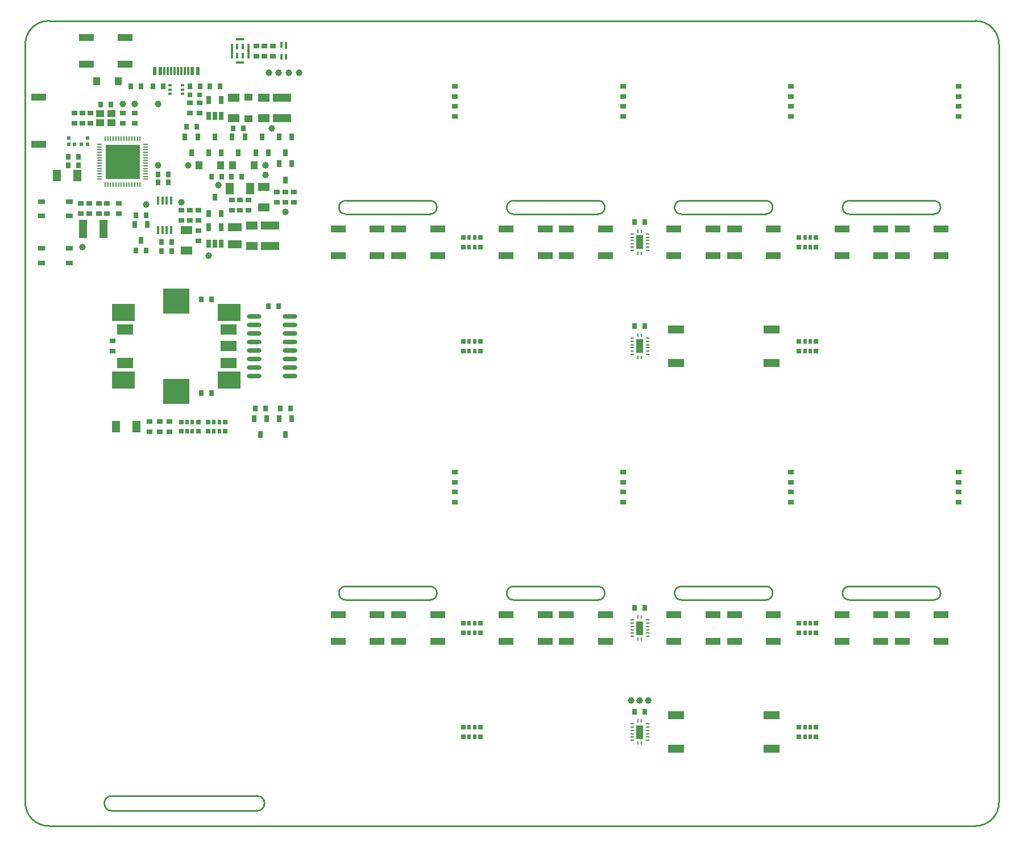
<source format=gtp>
G04*
G04 #@! TF.GenerationSoftware,Altium Limited,Altium Designer,22.2.1 (43)*
G04*
G04 Layer_Color=8421504*
%FSLAX44Y44*%
%MOMM*%
G71*
G04*
G04 #@! TF.SameCoordinates,A4FAE18D-661E-41B9-AA1C-1E8D17E7CC58*
G04*
G04*
G04 #@! TF.FilePolarity,Positive*
G04*
G01*
G75*
%ADD12C,0.2540*%
%ADD31R,0.6350X0.8890*%
%ADD32R,2.7940X1.1430*%
%ADD33R,1.7780X1.1430*%
%ADD34R,0.8890X0.6350*%
%ADD35R,1.1430X1.7780*%
%ADD36R,0.6200X0.5700*%
%ADD37R,1.1430X2.7940*%
%ADD38R,2.2000X1.0000*%
%ADD39R,0.7000X1.0000*%
%ADD40R,1.0000X1.2000*%
%ADD41R,1.2000X1.0000*%
%ADD42R,0.6000X0.4000*%
%ADD43R,0.8000X0.8000*%
%ADD44R,2.0000X1.2500*%
%ADD45R,0.5700X0.6200*%
%ADD46R,2.2000X1.0000*%
%ADD47R,1.0500X0.6500*%
%ADD48R,0.6500X0.8000*%
%ADD49R,0.5000X0.8000*%
%ADD50C,1.0000*%
%ADD51R,3.5000X2.5000*%
%ADD52R,2.4000X1.5000*%
%ADD53R,4.0000X3.7500*%
%ADD54R,2.4000X1.3000*%
%ADD55R,0.6000X1.2500*%
%ADD56R,0.3000X1.2500*%
%ADD57O,0.2400X0.6000*%
%ADD58R,1.0000X2.0000*%
%ADD59O,0.6000X0.2400*%
%ADD60O,2.2000X0.6000*%
%ADD61O,0.4000X1.2600*%
%ADD62R,0.7000X1.2000*%
%ADD63R,0.3500X2.3000*%
%ADD64R,0.4000X0.9500*%
%ADD65R,1.3000X0.3500*%
%ADD66R,0.3500X1.0000*%
%ADD67R,0.3500X0.9000*%
%ADD68R,5.2000X5.2000*%
%ADD69O,0.7000X0.2000*%
%ADD70O,0.2000X0.7000*%
D12*
X-380000Y-577500D02*
G03*
X-380000Y-555000I0J11250D01*
G01*
X-596000D02*
G03*
X-596000Y-577500I0J-11250D01*
G01*
X502000Y-243000D02*
G03*
X502000Y-263000I0J-10000D01*
G01*
X628000D02*
G03*
X628000Y-243000I0J10000D01*
G01*
X378000Y-263000D02*
G03*
X378000Y-243000I0J10000D01*
G01*
X252000D02*
G03*
X252000Y-263000I0J-10000D01*
G01*
X2000Y-243000D02*
G03*
X2000Y-263000I0J-10000D01*
G01*
X128000D02*
G03*
X128000Y-243000I0J10000D01*
G01*
X-122000Y-263000D02*
G03*
X-122000Y-243000I0J10000D01*
G01*
X-248000D02*
G03*
X-248000Y-263000I0J-10000D01*
G01*
X502000Y332000D02*
G03*
X502000Y312000I0J-10000D01*
G01*
X628000D02*
G03*
X628000Y332000I0J10000D01*
G01*
X378000Y312000D02*
G03*
X378000Y332000I0J10000D01*
G01*
X252000D02*
G03*
X252000Y312000I0J-10000D01*
G01*
X2000Y332000D02*
G03*
X2000Y312000I0J-10000D01*
G01*
X128000D02*
G03*
X128000Y332000I0J10000D01*
G01*
X-122000Y312000D02*
G03*
X-122000Y332000I0J10000D01*
G01*
X-248000D02*
G03*
X-248000Y312000I0J-10000D01*
G01*
X690000Y-600000D02*
G03*
X725000Y-565000I0J35000D01*
G01*
X-725000D02*
G03*
X-690000Y-600000I35000J0D01*
G01*
X725000Y565000D02*
G03*
X690000Y600000I-35000J0D01*
G01*
X-690000D02*
G03*
X-725000Y565000I0J-35000D01*
G01*
X-596000Y-577500D02*
X-380000D01*
X-596000Y-555000D02*
X-380000D01*
X502000Y-243000D02*
X628000D01*
X502000Y-263000D02*
X628000D01*
X252000D02*
X378000D01*
X252000Y-243000D02*
X378000D01*
X2000D02*
X128000D01*
X2000Y-263000D02*
X128000D01*
X-248000D02*
X-122000D01*
X-248000Y-243000D02*
X-122000D01*
X502000Y332000D02*
X628000D01*
X502000Y312000D02*
X628000D01*
X252000D02*
X378000D01*
X252000Y332000D02*
X378000D01*
X2000D02*
X128000D01*
X2000Y312000D02*
X128000D01*
X-248000D02*
X-122000D01*
X-248000Y332000D02*
X-122000D01*
X-725000Y-565000D02*
Y565000D01*
X-690000Y-600000D02*
X690000D01*
X725000Y-565000D02*
Y565000D01*
X-690000Y600000D02*
X690000D01*
D31*
X-568120Y502500D02*
D03*
X-552880D02*
D03*
X-527620Y359000D02*
D03*
X-512380D02*
D03*
X-527620Y371000D02*
D03*
X-512380D02*
D03*
X-612620Y475000D02*
D03*
X-597380D02*
D03*
X-645380Y385000D02*
D03*
X-660620D02*
D03*
X-645380Y397000D02*
D03*
X-660620D02*
D03*
X182380Y-430000D02*
D03*
X197620D02*
D03*
X182380Y145000D02*
D03*
X197620D02*
D03*
X182380Y-275000D02*
D03*
X197620D02*
D03*
X182380Y300000D02*
D03*
X197620D02*
D03*
X-347380Y175000D02*
D03*
X-362620D02*
D03*
X-560120Y257500D02*
D03*
X-544880D02*
D03*
X-506880Y270000D02*
D03*
X-522120D02*
D03*
X-506880Y257000D02*
D03*
X-522120D02*
D03*
X-450120Y502500D02*
D03*
X-434880D02*
D03*
X-417620Y368000D02*
D03*
X-402380D02*
D03*
X-432380Y368000D02*
D03*
X-447620D02*
D03*
X-399880Y440000D02*
D03*
X-415120D02*
D03*
X-469880Y442000D02*
D03*
X-485120D02*
D03*
X-480120Y502500D02*
D03*
X-464880D02*
D03*
X-519880Y502500D02*
D03*
X-535120D02*
D03*
X-447380Y45000D02*
D03*
X-462620D02*
D03*
X-447380Y185000D02*
D03*
X-462620D02*
D03*
X-382620Y22500D02*
D03*
X-367380D02*
D03*
X-345120D02*
D03*
X-329880D02*
D03*
X-560120Y310000D02*
D03*
X-544880D02*
D03*
D32*
X-360000Y264760D02*
D03*
Y295240D02*
D03*
X-342500Y454760D02*
D03*
Y485240D02*
D03*
D33*
X-387500Y264760D02*
D03*
Y295240D02*
D03*
X-370000Y454760D02*
D03*
Y485240D02*
D03*
Y352740D02*
D03*
Y322260D02*
D03*
X-415000Y485240D02*
D03*
Y454760D02*
D03*
X-485000Y257260D02*
D03*
Y287740D02*
D03*
D34*
X-480000Y302380D02*
D03*
Y317620D02*
D03*
X-417500Y332620D02*
D03*
Y317380D02*
D03*
X-392500Y317380D02*
D03*
Y332620D02*
D03*
X-369000Y547380D02*
D03*
Y562620D02*
D03*
X-381000Y547380D02*
D03*
Y562620D02*
D03*
X-356000Y562620D02*
D03*
Y547380D02*
D03*
X-615000Y327620D02*
D03*
Y312380D02*
D03*
X-628000Y462620D02*
D03*
Y447380D02*
D03*
X-642000Y327620D02*
D03*
Y312380D02*
D03*
X-640000Y447380D02*
D03*
Y462620D02*
D03*
X-652000Y447380D02*
D03*
Y462620D02*
D03*
X-586000Y327620D02*
D03*
Y312380D02*
D03*
X-562000Y447380D02*
D03*
Y462620D02*
D03*
X-540000Y-12620D02*
D03*
Y2620D02*
D03*
X665000Y-102380D02*
D03*
Y-117620D02*
D03*
X415000Y-102380D02*
D03*
Y-117620D02*
D03*
X165000Y-102380D02*
D03*
Y-117620D02*
D03*
X-85000Y-102380D02*
D03*
Y-117620D02*
D03*
X665000Y472620D02*
D03*
Y457380D02*
D03*
X415000Y472620D02*
D03*
Y457380D02*
D03*
X165000Y472620D02*
D03*
Y457380D02*
D03*
X-85000Y472620D02*
D03*
Y457380D02*
D03*
X-325000Y329880D02*
D03*
Y345120D02*
D03*
X-467500Y272380D02*
D03*
Y287620D02*
D03*
X-350000Y329880D02*
D03*
Y345120D02*
D03*
X-492500Y317620D02*
D03*
Y302380D02*
D03*
X-467500D02*
D03*
Y317620D02*
D03*
X-465000Y462380D02*
D03*
Y477620D02*
D03*
X-480000Y477620D02*
D03*
Y462380D02*
D03*
X-405000Y332620D02*
D03*
Y317380D02*
D03*
X-603000Y312380D02*
D03*
Y327620D02*
D03*
X-580000Y462620D02*
D03*
Y447380D02*
D03*
X-630000Y327620D02*
D03*
Y312380D02*
D03*
X-595000Y122620D02*
D03*
Y107380D02*
D03*
X-525000Y-12620D02*
D03*
Y2620D02*
D03*
X-510000Y-12620D02*
D03*
Y2620D02*
D03*
X665000Y-72380D02*
D03*
Y-87620D02*
D03*
X415000Y-72380D02*
D03*
Y-87620D02*
D03*
X165000Y-72380D02*
D03*
Y-87620D02*
D03*
X-85000Y-72380D02*
D03*
Y-87620D02*
D03*
X665000Y502620D02*
D03*
Y487380D02*
D03*
X415000Y502620D02*
D03*
Y487380D02*
D03*
X165000Y502620D02*
D03*
Y487380D02*
D03*
X-85000Y502620D02*
D03*
Y487380D02*
D03*
X-337500Y345120D02*
D03*
Y329880D02*
D03*
D35*
X-389760Y350000D02*
D03*
X-420240D02*
D03*
X-647760Y369000D02*
D03*
X-678240D02*
D03*
X-559760Y-5000D02*
D03*
X-590240D02*
D03*
D36*
X-632500Y415950D02*
D03*
Y425550D02*
D03*
X-660500Y415950D02*
D03*
Y425550D02*
D03*
D37*
X-639240Y290000D02*
D03*
X-608760D02*
D03*
D38*
X-705000Y486000D02*
D03*
Y416000D02*
D03*
D39*
X-347000Y7000D02*
D03*
X-328000D02*
D03*
X-337500Y-17000D02*
D03*
X-562000Y297000D02*
D03*
X-543000D02*
D03*
X-552500Y273000D02*
D03*
X-347000Y387000D02*
D03*
X-328000D02*
D03*
X-337500Y363000D02*
D03*
X-347000Y427000D02*
D03*
X-328000D02*
D03*
X-337500Y403000D02*
D03*
X-363000Y403000D02*
D03*
X-382000D02*
D03*
X-372500Y427000D02*
D03*
X-417000Y427000D02*
D03*
X-398000D02*
D03*
X-407500Y403000D02*
D03*
X-442500Y427000D02*
D03*
X-452000Y403000D02*
D03*
X-433000D02*
D03*
X-487000Y427000D02*
D03*
X-468000D02*
D03*
X-477500Y403000D02*
D03*
X-384500Y7000D02*
D03*
X-365500D02*
D03*
X-375000Y-17000D02*
D03*
X-442500Y337000D02*
D03*
X-452000Y313000D02*
D03*
X-433000D02*
D03*
D40*
X-586300Y510000D02*
D03*
X-618700D02*
D03*
X-383800Y385000D02*
D03*
X-416200D02*
D03*
X-466200D02*
D03*
X-433800D02*
D03*
D41*
X-392500Y453800D02*
D03*
Y486200D02*
D03*
X-596500Y448500D02*
D03*
Y461500D02*
D03*
X-613500Y448500D02*
D03*
Y461500D02*
D03*
D42*
X-490500Y504000D02*
D03*
Y491000D02*
D03*
X-509500Y497499D02*
D03*
Y504000D02*
D03*
Y491000D02*
D03*
X-490500Y497501D02*
D03*
D43*
X-465000Y490000D02*
D03*
X-480000D02*
D03*
D44*
X-412500Y292750D02*
D03*
Y267250D02*
D03*
D45*
X-641700Y416000D02*
D03*
X-651300D02*
D03*
D46*
X-169000Y250000D02*
D03*
Y290000D02*
D03*
X-111000Y250000D02*
D03*
Y290000D02*
D03*
X-259000Y250000D02*
D03*
Y290000D02*
D03*
X-201000Y250000D02*
D03*
Y290000D02*
D03*
X-576000Y575000D02*
D03*
Y535000D02*
D03*
X-634000Y575000D02*
D03*
Y535000D02*
D03*
X581000Y-325000D02*
D03*
Y-285000D02*
D03*
X639000Y-325000D02*
D03*
Y-285000D02*
D03*
X491000Y-325000D02*
D03*
Y-285000D02*
D03*
X549000Y-325000D02*
D03*
Y-285000D02*
D03*
X331000Y-325000D02*
D03*
Y-285000D02*
D03*
X389000Y-325000D02*
D03*
Y-285000D02*
D03*
X241000Y-325000D02*
D03*
Y-285000D02*
D03*
X299000Y-325000D02*
D03*
Y-285000D02*
D03*
X81000Y-325000D02*
D03*
Y-285000D02*
D03*
X139000Y-325000D02*
D03*
Y-285000D02*
D03*
X-9000Y-325000D02*
D03*
Y-285000D02*
D03*
X49000Y-325000D02*
D03*
Y-285000D02*
D03*
X-169000Y-325000D02*
D03*
Y-285000D02*
D03*
X-111000Y-325000D02*
D03*
Y-285000D02*
D03*
X-259000Y-325000D02*
D03*
Y-285000D02*
D03*
X-201000Y-325000D02*
D03*
Y-285000D02*
D03*
X581000Y250000D02*
D03*
Y290000D02*
D03*
X639000Y250000D02*
D03*
Y290000D02*
D03*
X491000Y250000D02*
D03*
Y290000D02*
D03*
X549000Y250000D02*
D03*
Y290000D02*
D03*
X331000Y250000D02*
D03*
Y290000D02*
D03*
X389000Y250000D02*
D03*
Y290000D02*
D03*
X241000Y250000D02*
D03*
Y290000D02*
D03*
X299000Y250000D02*
D03*
Y290000D02*
D03*
X81000Y250000D02*
D03*
Y290000D02*
D03*
X139000Y250000D02*
D03*
Y290000D02*
D03*
X-9000Y250000D02*
D03*
Y290000D02*
D03*
X49000Y250000D02*
D03*
Y290000D02*
D03*
D47*
X-700750Y260750D02*
D03*
X-659250D02*
D03*
X-700750Y239250D02*
D03*
X-659250D02*
D03*
X-700750Y330750D02*
D03*
X-659250D02*
D03*
X-700750Y309250D02*
D03*
X-659250D02*
D03*
D48*
X427250Y-467000D02*
D03*
X452750D02*
D03*
X427250Y-453000D02*
D03*
X452750D02*
D03*
X427250Y108000D02*
D03*
X452750D02*
D03*
X427250Y122000D02*
D03*
X452750D02*
D03*
X-72750Y-467000D02*
D03*
X-47250D02*
D03*
X-72750Y-453000D02*
D03*
X-47250D02*
D03*
X-72750Y108000D02*
D03*
X-47250D02*
D03*
X-72750Y122000D02*
D03*
X-47250D02*
D03*
X-72750Y-312000D02*
D03*
X-47250D02*
D03*
X-72750Y-298000D02*
D03*
X-47250D02*
D03*
X-72750Y263000D02*
D03*
X-47250D02*
D03*
X-72750Y277000D02*
D03*
X-47250D02*
D03*
X427250Y-312000D02*
D03*
X452750D02*
D03*
X427250Y-298000D02*
D03*
X452750D02*
D03*
X427250Y263000D02*
D03*
X452750D02*
D03*
X427250Y277000D02*
D03*
X452750D02*
D03*
X-467250Y2000D02*
D03*
X-492750D02*
D03*
X-467250Y-12000D02*
D03*
X-492750D02*
D03*
X-427250Y2000D02*
D03*
X-452750D02*
D03*
X-427250Y-12000D02*
D03*
X-452750D02*
D03*
D49*
X444000Y-467000D02*
D03*
X436000D02*
D03*
X444000Y-453000D02*
D03*
X436000D02*
D03*
X444000Y108000D02*
D03*
X436000D02*
D03*
X444000Y122000D02*
D03*
X436000D02*
D03*
X-56000Y-467000D02*
D03*
X-64000D02*
D03*
X-56000Y-453000D02*
D03*
X-64000D02*
D03*
X-56000Y108000D02*
D03*
X-64000D02*
D03*
X-56000Y122000D02*
D03*
X-64000D02*
D03*
X-56000Y-312000D02*
D03*
X-64000D02*
D03*
X-56000Y-298000D02*
D03*
X-64000D02*
D03*
X-56000Y263000D02*
D03*
X-64000D02*
D03*
X-56000Y277000D02*
D03*
X-64000D02*
D03*
X444000Y-312000D02*
D03*
X436000D02*
D03*
X444000Y-298000D02*
D03*
X436000D02*
D03*
X444000Y263000D02*
D03*
X436000D02*
D03*
X444000Y277000D02*
D03*
X436000D02*
D03*
X-484000Y2000D02*
D03*
X-476000D02*
D03*
X-484000Y-12000D02*
D03*
X-476000D02*
D03*
X-444000Y2000D02*
D03*
X-436000D02*
D03*
X-444000Y-12000D02*
D03*
X-436000D02*
D03*
D50*
X-317500Y522500D02*
D03*
X-332500D02*
D03*
X-527500Y385000D02*
D03*
X-362500Y522500D02*
D03*
X-347500D02*
D03*
X-580000Y476000D02*
D03*
X-562000D02*
D03*
X-527000Y476000D02*
D03*
X-545000Y326000D02*
D03*
X202500Y-412500D02*
D03*
X177500Y-412500D02*
D03*
X190000D02*
D03*
X-337500Y315000D02*
D03*
X-492500Y330000D02*
D03*
X-452000Y250000D02*
D03*
X-640000Y262500D02*
D03*
X-437500Y355000D02*
D03*
X-357500Y440000D02*
D03*
X-367500Y385000D02*
D03*
X-482500D02*
D03*
X-367500Y370000D02*
D03*
D51*
X-421000Y165000D02*
D03*
Y65000D02*
D03*
X-579000D02*
D03*
Y165000D02*
D03*
D52*
X-576000Y140000D02*
D03*
Y90000D02*
D03*
X-422000D02*
D03*
Y140000D02*
D03*
Y115000D02*
D03*
D53*
X-500000Y182500D02*
D03*
Y47500D02*
D03*
D54*
X386000Y-435000D02*
D03*
Y-485000D02*
D03*
X244000Y-435000D02*
D03*
Y-485000D02*
D03*
X386000Y140000D02*
D03*
Y90000D02*
D03*
X244000Y140000D02*
D03*
Y90000D02*
D03*
D55*
X-532000Y525500D02*
D03*
X-524000D02*
D03*
X-476000D02*
D03*
X-468000D02*
D03*
D56*
X-517500D02*
D03*
X-512500D02*
D03*
X-507500D02*
D03*
X-502500D02*
D03*
X-497500D02*
D03*
X-492500D02*
D03*
X-487500D02*
D03*
X-482500D02*
D03*
D57*
X187500Y-443500D02*
D03*
X192500D02*
D03*
X187500Y-476500D02*
D03*
X192500D02*
D03*
X187500Y131500D02*
D03*
X192500D02*
D03*
X187500Y98500D02*
D03*
X192500D02*
D03*
X187500Y-288500D02*
D03*
X192500D02*
D03*
X187500Y-321500D02*
D03*
X192500D02*
D03*
X187500Y286500D02*
D03*
X192500D02*
D03*
X187500Y253500D02*
D03*
X192500D02*
D03*
D58*
X190000Y-460000D02*
D03*
Y115000D02*
D03*
Y-305000D02*
D03*
Y270000D02*
D03*
D59*
X178500Y-447500D02*
D03*
Y-452500D02*
D03*
Y-457500D02*
D03*
Y-462500D02*
D03*
Y-467500D02*
D03*
Y-472500D02*
D03*
X201500Y-447500D02*
D03*
Y-472500D02*
D03*
Y-452500D02*
D03*
Y-457500D02*
D03*
Y-462500D02*
D03*
Y-467500D02*
D03*
X178500Y127500D02*
D03*
Y122500D02*
D03*
Y117500D02*
D03*
Y112500D02*
D03*
Y107500D02*
D03*
Y102500D02*
D03*
X201500Y127500D02*
D03*
Y122500D02*
D03*
Y117500D02*
D03*
Y112500D02*
D03*
Y107500D02*
D03*
Y102500D02*
D03*
X178500Y-292500D02*
D03*
Y-297500D02*
D03*
Y-302500D02*
D03*
Y-307500D02*
D03*
Y-312500D02*
D03*
Y-317500D02*
D03*
X201500Y-292500D02*
D03*
Y-297500D02*
D03*
Y-302500D02*
D03*
Y-307500D02*
D03*
Y-312500D02*
D03*
Y-317500D02*
D03*
X178500Y282500D02*
D03*
Y277500D02*
D03*
Y272500D02*
D03*
Y267500D02*
D03*
Y262500D02*
D03*
Y257500D02*
D03*
X201500Y282500D02*
D03*
Y277500D02*
D03*
Y272500D02*
D03*
Y267500D02*
D03*
Y262500D02*
D03*
Y257500D02*
D03*
D60*
X-330500Y146750D02*
D03*
X-384500Y159450D02*
D03*
Y108650D02*
D03*
X-330500Y83250D02*
D03*
Y95950D02*
D03*
Y108650D02*
D03*
X-384500Y83250D02*
D03*
Y95950D02*
D03*
Y146750D02*
D03*
Y134050D02*
D03*
Y121350D02*
D03*
X-330500Y159450D02*
D03*
Y121350D02*
D03*
Y134050D02*
D03*
X-384500Y70550D02*
D03*
X-330500D02*
D03*
D61*
X-520750Y288000D02*
D03*
X-507750D02*
D03*
X-514250D02*
D03*
X-527250D02*
D03*
Y332000D02*
D03*
X-520750D02*
D03*
X-514250D02*
D03*
X-507750D02*
D03*
D62*
X-433000Y268000D02*
D03*
X-452000D02*
D03*
Y292000D02*
D03*
X-433000D02*
D03*
X-442500Y268000D02*
D03*
X-442500Y458000D02*
D03*
X-433000Y482000D02*
D03*
X-452000D02*
D03*
Y458000D02*
D03*
X-433000D02*
D03*
D63*
X-417250Y555000D02*
D03*
X-392750D02*
D03*
D64*
X-409250Y548250D02*
D03*
Y561750D02*
D03*
X-400750Y548250D02*
D03*
Y561750D02*
D03*
D65*
X-405000Y572250D02*
D03*
Y537750D02*
D03*
D66*
X-336500Y563500D02*
D03*
D67*
X-343500Y564000D02*
D03*
X-336500Y546000D02*
D03*
X-343500D02*
D03*
D68*
X-580000Y390000D02*
D03*
D69*
X-614500Y416000D02*
D03*
Y412000D02*
D03*
Y408000D02*
D03*
Y404000D02*
D03*
Y400000D02*
D03*
Y396000D02*
D03*
Y392000D02*
D03*
Y388000D02*
D03*
Y384000D02*
D03*
Y380000D02*
D03*
Y376000D02*
D03*
Y372000D02*
D03*
Y368000D02*
D03*
Y364000D02*
D03*
X-545500Y364000D02*
D03*
Y368000D02*
D03*
Y372000D02*
D03*
Y376000D02*
D03*
Y380000D02*
D03*
Y384000D02*
D03*
Y388000D02*
D03*
Y392000D02*
D03*
Y396000D02*
D03*
Y400000D02*
D03*
Y404000D02*
D03*
Y408000D02*
D03*
Y412000D02*
D03*
Y416000D02*
D03*
D70*
X-606000Y355500D02*
D03*
X-602000D02*
D03*
X-598000D02*
D03*
X-594000D02*
D03*
X-590000D02*
D03*
X-586000D02*
D03*
X-582000D02*
D03*
X-578000D02*
D03*
X-574000D02*
D03*
X-570000D02*
D03*
X-566000D02*
D03*
X-562000D02*
D03*
X-558000D02*
D03*
X-554000D02*
D03*
X-554000Y424500D02*
D03*
X-558000D02*
D03*
X-562000D02*
D03*
X-566000D02*
D03*
X-570000D02*
D03*
X-574000D02*
D03*
X-578000D02*
D03*
X-582000D02*
D03*
X-586000D02*
D03*
X-590000D02*
D03*
X-594000D02*
D03*
X-598000D02*
D03*
X-602000D02*
D03*
X-606000D02*
D03*
M02*

</source>
